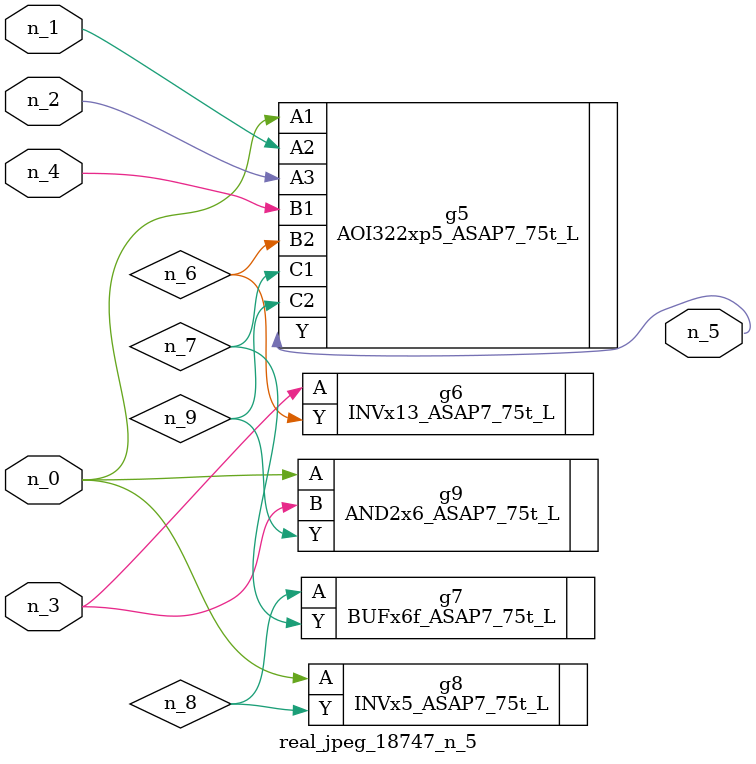
<source format=v>
module real_jpeg_18747_n_5 (n_4, n_0, n_1, n_2, n_3, n_5);

input n_4;
input n_0;
input n_1;
input n_2;
input n_3;

output n_5;

wire n_8;
wire n_6;
wire n_7;
wire n_9;

AOI322xp5_ASAP7_75t_L g5 ( 
.A1(n_0),
.A2(n_1),
.A3(n_2),
.B1(n_4),
.B2(n_6),
.C1(n_7),
.C2(n_9),
.Y(n_5)
);

INVx5_ASAP7_75t_L g8 ( 
.A(n_0),
.Y(n_8)
);

AND2x6_ASAP7_75t_L g9 ( 
.A(n_0),
.B(n_3),
.Y(n_9)
);

INVx13_ASAP7_75t_L g6 ( 
.A(n_3),
.Y(n_6)
);

BUFx6f_ASAP7_75t_L g7 ( 
.A(n_8),
.Y(n_7)
);


endmodule
</source>
